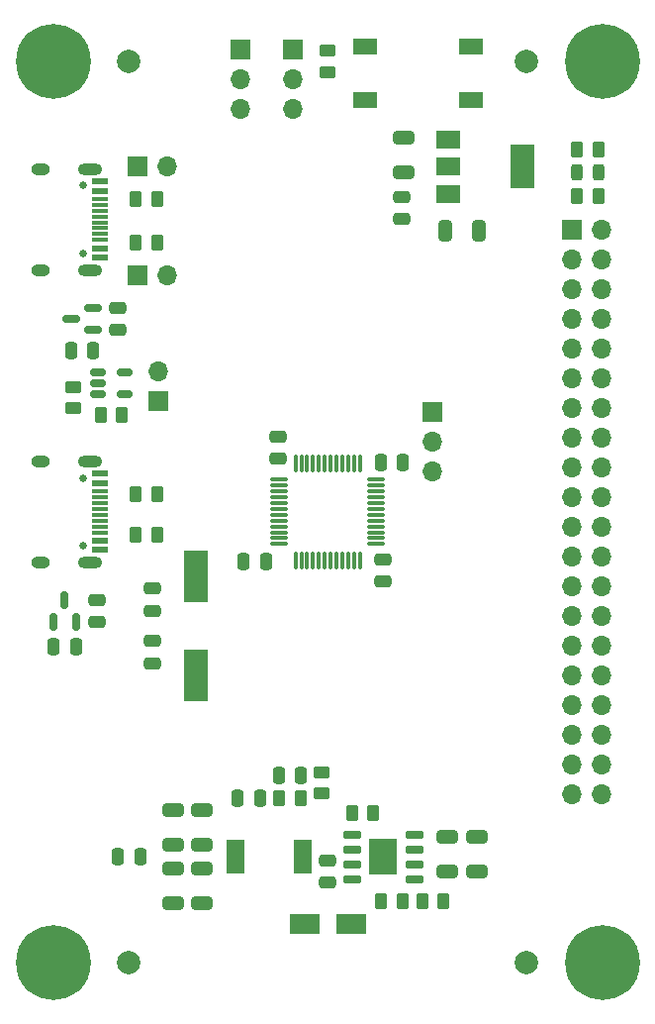
<source format=gts>
%TF.GenerationSoftware,KiCad,Pcbnew,6.0.2+dfsg-1*%
%TF.CreationDate,2025-09-20T13:55:39+02:00*%
%TF.ProjectId,Alchemy,416c6368-656d-4792-9e6b-696361645f70,rev?*%
%TF.SameCoordinates,Original*%
%TF.FileFunction,Soldermask,Top*%
%TF.FilePolarity,Negative*%
%FSLAX46Y46*%
G04 Gerber Fmt 4.6, Leading zero omitted, Abs format (unit mm)*
G04 Created by KiCad (PCBNEW 6.0.2+dfsg-1) date 2025-09-20 13:55:39*
%MOMM*%
%LPD*%
G01*
G04 APERTURE LIST*
G04 Aperture macros list*
%AMRoundRect*
0 Rectangle with rounded corners*
0 $1 Rounding radius*
0 $2 $3 $4 $5 $6 $7 $8 $9 X,Y pos of 4 corners*
0 Add a 4 corners polygon primitive as box body*
4,1,4,$2,$3,$4,$5,$6,$7,$8,$9,$2,$3,0*
0 Add four circle primitives for the rounded corners*
1,1,$1+$1,$2,$3*
1,1,$1+$1,$4,$5*
1,1,$1+$1,$6,$7*
1,1,$1+$1,$8,$9*
0 Add four rect primitives between the rounded corners*
20,1,$1+$1,$2,$3,$4,$5,0*
20,1,$1+$1,$4,$5,$6,$7,0*
20,1,$1+$1,$6,$7,$8,$9,0*
20,1,$1+$1,$8,$9,$2,$3,0*%
G04 Aperture macros list end*
%ADD10RoundRect,0.250000X-0.475000X0.250000X-0.475000X-0.250000X0.475000X-0.250000X0.475000X0.250000X0*%
%ADD11C,0.650000*%
%ADD12R,1.450000X0.600000*%
%ADD13R,1.450000X0.300000*%
%ADD14O,2.100000X1.000000*%
%ADD15O,1.600000X1.000000*%
%ADD16RoundRect,0.243750X0.243750X0.456250X-0.243750X0.456250X-0.243750X-0.456250X0.243750X-0.456250X0*%
%ADD17C,2.000000*%
%ADD18R,2.100000X1.400000*%
%ADD19RoundRect,0.250000X-0.262500X-0.450000X0.262500X-0.450000X0.262500X0.450000X-0.262500X0.450000X0*%
%ADD20R,1.700000X1.700000*%
%ADD21O,1.700000X1.700000*%
%ADD22C,6.400000*%
%ADD23RoundRect,0.250000X0.450000X-0.262500X0.450000X0.262500X-0.450000X0.262500X-0.450000X-0.262500X0*%
%ADD24RoundRect,0.150000X0.650000X0.150000X-0.650000X0.150000X-0.650000X-0.150000X0.650000X-0.150000X0*%
%ADD25R,2.410000X3.100000*%
%ADD26RoundRect,0.250000X-0.650000X0.325000X-0.650000X-0.325000X0.650000X-0.325000X0.650000X0.325000X0*%
%ADD27RoundRect,0.250000X0.262500X0.450000X-0.262500X0.450000X-0.262500X-0.450000X0.262500X-0.450000X0*%
%ADD28RoundRect,0.250000X0.250000X0.475000X-0.250000X0.475000X-0.250000X-0.475000X0.250000X-0.475000X0*%
%ADD29RoundRect,0.250000X0.650000X-0.325000X0.650000X0.325000X-0.650000X0.325000X-0.650000X-0.325000X0*%
%ADD30RoundRect,0.250000X-0.250000X-0.475000X0.250000X-0.475000X0.250000X0.475000X-0.250000X0.475000X0*%
%ADD31RoundRect,0.150000X0.587500X0.150000X-0.587500X0.150000X-0.587500X-0.150000X0.587500X-0.150000X0*%
%ADD32RoundRect,0.250000X0.475000X-0.250000X0.475000X0.250000X-0.475000X0.250000X-0.475000X-0.250000X0*%
%ADD33RoundRect,0.250000X-0.450000X0.262500X-0.450000X-0.262500X0.450000X-0.262500X0.450000X0.262500X0*%
%ADD34RoundRect,0.075000X-0.662500X-0.075000X0.662500X-0.075000X0.662500X0.075000X-0.662500X0.075000X0*%
%ADD35RoundRect,0.075000X-0.075000X-0.662500X0.075000X-0.662500X0.075000X0.662500X-0.075000X0.662500X0*%
%ADD36R,2.000000X1.500000*%
%ADD37R,2.000000X3.800000*%
%ADD38RoundRect,0.150000X-0.512500X-0.150000X0.512500X-0.150000X0.512500X0.150000X-0.512500X0.150000X0*%
%ADD39R,2.000000X4.500000*%
%ADD40R,1.500000X3.000000*%
%ADD41RoundRect,0.150000X0.150000X-0.587500X0.150000X0.587500X-0.150000X0.587500X-0.150000X-0.587500X0*%
%ADD42R,2.500000X1.800000*%
%ADD43RoundRect,0.250000X-0.325000X-0.650000X0.325000X-0.650000X0.325000X0.650000X-0.325000X0.650000X0*%
G04 APERTURE END LIST*
D10*
%TO.C,C24*%
X154250000Y-101550000D03*
X154250000Y-103450000D03*
%TD*%
%TO.C,C11*%
X131500000Y-80050000D03*
X131500000Y-81950000D03*
%TD*%
D11*
%TO.C,J3*%
X128600000Y-69610000D03*
X128600000Y-75390000D03*
D12*
X130045000Y-69250000D03*
X130045000Y-70050000D03*
D13*
X130045000Y-71250000D03*
X130045000Y-72250000D03*
X130045000Y-72750000D03*
X130045000Y-73750000D03*
D12*
X130045000Y-74950000D03*
X130045000Y-75750000D03*
X130045000Y-75750000D03*
X130045000Y-74950000D03*
D13*
X130045000Y-74250000D03*
X130045000Y-73250000D03*
X130045000Y-71750000D03*
X130045000Y-70750000D03*
D12*
X130045000Y-70050000D03*
X130045000Y-69250000D03*
D14*
X129130000Y-76820000D03*
X129130000Y-68180000D03*
D15*
X124950000Y-68180000D03*
X124950000Y-76820000D03*
%TD*%
D16*
%TO.C,D1*%
X172687500Y-68500000D03*
X170812500Y-68500000D03*
%TD*%
D17*
%TO.C,TP3*%
X132500000Y-136000000D03*
%TD*%
D18*
%TO.C,S1*%
X161800000Y-62250000D03*
X152700000Y-62250000D03*
X161800000Y-57750000D03*
X152700000Y-57750000D03*
%TD*%
D19*
%TO.C,R8*%
X133087500Y-99500000D03*
X134912500Y-99500000D03*
%TD*%
D20*
%TO.C,J6*%
X133210000Y-68000000D03*
D21*
X135750000Y-68000000D03*
%TD*%
D22*
%TO.C,H3*%
X126000000Y-136000000D03*
%TD*%
D23*
%TO.C,R4*%
X149000000Y-121575000D03*
X149000000Y-119750000D03*
%TD*%
D24*
%TO.C,U2*%
X156900000Y-128905000D03*
X156900000Y-127635000D03*
X156900000Y-126365000D03*
X156900000Y-125095000D03*
X151600000Y-125095000D03*
X151600000Y-126365000D03*
X151600000Y-127635000D03*
X151600000Y-128905000D03*
D25*
X154250000Y-127000000D03*
%TD*%
D19*
%TO.C,R7*%
X133087500Y-96000000D03*
X134912500Y-96000000D03*
%TD*%
D26*
%TO.C,C1*%
X159750000Y-125275000D03*
X159750000Y-128225000D03*
%TD*%
D27*
%TO.C,R13*%
X172662500Y-66500000D03*
X170837500Y-66500000D03*
%TD*%
%TO.C,R3*%
X147162500Y-122000000D03*
X145337500Y-122000000D03*
%TD*%
D26*
%TO.C,C10*%
X162250000Y-125275000D03*
X162250000Y-128225000D03*
%TD*%
D28*
%TO.C,C9*%
X133450000Y-127000000D03*
X131550000Y-127000000D03*
%TD*%
D20*
%TO.C,J1*%
X170420000Y-73370000D03*
D21*
X172960000Y-73370000D03*
X170420000Y-75910000D03*
X172960000Y-75910000D03*
X170420000Y-78450000D03*
X172960000Y-78450000D03*
X170420000Y-80990000D03*
X172960000Y-80990000D03*
X170420000Y-83530000D03*
X172960000Y-83530000D03*
X170420000Y-86070000D03*
X172960000Y-86070000D03*
X170420000Y-88610000D03*
X172960000Y-88610000D03*
X170420000Y-91150000D03*
X172960000Y-91150000D03*
X170420000Y-93690000D03*
X172960000Y-93690000D03*
X170420000Y-96230000D03*
X172960000Y-96230000D03*
X170420000Y-98770000D03*
X172960000Y-98770000D03*
X170420000Y-101310000D03*
X172960000Y-101310000D03*
X170420000Y-103850000D03*
X172960000Y-103850000D03*
X170420000Y-106390000D03*
X172960000Y-106390000D03*
X170420000Y-108930000D03*
X172960000Y-108930000D03*
X170420000Y-111470000D03*
X172960000Y-111470000D03*
X170420000Y-114010000D03*
X172960000Y-114010000D03*
X170420000Y-116550000D03*
X172960000Y-116550000D03*
X170420000Y-119090000D03*
X172960000Y-119090000D03*
X170420000Y-121630000D03*
X172960000Y-121630000D03*
%TD*%
D28*
%TO.C,C3*%
X147200000Y-120000000D03*
X145300000Y-120000000D03*
%TD*%
D27*
%TO.C,R2*%
X155912500Y-130750000D03*
X154087500Y-130750000D03*
%TD*%
D26*
%TO.C,C5*%
X138750000Y-123025000D03*
X138750000Y-125975000D03*
%TD*%
D10*
%TO.C,C2*%
X149500000Y-127300000D03*
X149500000Y-129200000D03*
%TD*%
%TO.C,C13*%
X134500000Y-104050000D03*
X134500000Y-105950000D03*
%TD*%
D29*
%TO.C,C6*%
X138750000Y-130975000D03*
X138750000Y-128025000D03*
%TD*%
D30*
%TO.C,C18*%
X127550000Y-83750000D03*
X129450000Y-83750000D03*
%TD*%
D17*
%TO.C,TP4*%
X166500000Y-136000000D03*
%TD*%
D20*
%TO.C,J8*%
X135000000Y-88025000D03*
D21*
X135000000Y-85485000D03*
%TD*%
D20*
%TO.C,J7*%
X133225000Y-77250000D03*
D21*
X135765000Y-77250000D03*
%TD*%
D19*
%TO.C,R10*%
X133087500Y-74500000D03*
X134912500Y-74500000D03*
%TD*%
D20*
%TO.C,J5*%
X142000000Y-57975000D03*
D21*
X142000000Y-60515000D03*
X142000000Y-63055000D03*
%TD*%
D20*
%TO.C,J4*%
X146500000Y-57960000D03*
D21*
X146500000Y-60500000D03*
X146500000Y-63040000D03*
%TD*%
D28*
%TO.C,C20*%
X127950000Y-109000000D03*
X126050000Y-109000000D03*
%TD*%
D17*
%TO.C,TP1*%
X132500000Y-59000000D03*
%TD*%
D31*
%TO.C,U5*%
X129437500Y-81950000D03*
X129437500Y-80050000D03*
X127562500Y-81000000D03*
%TD*%
D29*
%TO.C,C8*%
X136250000Y-130975000D03*
X136250000Y-128025000D03*
%TD*%
D10*
%TO.C,C17*%
X155875000Y-70550000D03*
X155875000Y-72450000D03*
%TD*%
D32*
%TO.C,C25*%
X145250000Y-92950000D03*
X145250000Y-91050000D03*
%TD*%
D23*
%TO.C,R14*%
X127750000Y-88662500D03*
X127750000Y-86837500D03*
%TD*%
D19*
%TO.C,R12*%
X170837500Y-70500000D03*
X172662500Y-70500000D03*
%TD*%
D33*
%TO.C,R11*%
X149500000Y-58087500D03*
X149500000Y-59912500D03*
%TD*%
D11*
%TO.C,J2*%
X128600000Y-100390000D03*
X128600000Y-94610000D03*
D12*
X130045000Y-94250000D03*
X130045000Y-95050000D03*
D13*
X130045000Y-96250000D03*
X130045000Y-97250000D03*
X130045000Y-97750000D03*
X130045000Y-98750000D03*
D12*
X130045000Y-99950000D03*
X130045000Y-100750000D03*
X130045000Y-100750000D03*
X130045000Y-99950000D03*
D13*
X130045000Y-99250000D03*
X130045000Y-98250000D03*
X130045000Y-96750000D03*
X130045000Y-95750000D03*
D12*
X130045000Y-95050000D03*
X130045000Y-94250000D03*
D14*
X129130000Y-93180000D03*
D15*
X124950000Y-101820000D03*
D14*
X129130000Y-101820000D03*
D15*
X124950000Y-93180000D03*
%TD*%
D27*
%TO.C,R5*%
X153412500Y-123250000D03*
X151587500Y-123250000D03*
%TD*%
%TO.C,R1*%
X159412500Y-130750000D03*
X157587500Y-130750000D03*
%TD*%
D29*
%TO.C,C16*%
X156000000Y-68475000D03*
X156000000Y-65525000D03*
%TD*%
D34*
%TO.C,U1*%
X145337500Y-94750000D03*
X145337500Y-95250000D03*
X145337500Y-95750000D03*
X145337500Y-96250000D03*
X145337500Y-96750000D03*
X145337500Y-97250000D03*
X145337500Y-97750000D03*
X145337500Y-98250000D03*
X145337500Y-98750000D03*
X145337500Y-99250000D03*
X145337500Y-99750000D03*
X145337500Y-100250000D03*
D35*
X146750000Y-101662500D03*
X147250000Y-101662500D03*
X147750000Y-101662500D03*
X148250000Y-101662500D03*
X148750000Y-101662500D03*
X149250000Y-101662500D03*
X149750000Y-101662500D03*
X150250000Y-101662500D03*
X150750000Y-101662500D03*
X151250000Y-101662500D03*
X151750000Y-101662500D03*
X152250000Y-101662500D03*
D34*
X153662500Y-100250000D03*
X153662500Y-99750000D03*
X153662500Y-99250000D03*
X153662500Y-98750000D03*
X153662500Y-98250000D03*
X153662500Y-97750000D03*
X153662500Y-97250000D03*
X153662500Y-96750000D03*
X153662500Y-96250000D03*
X153662500Y-95750000D03*
X153662500Y-95250000D03*
X153662500Y-94750000D03*
D35*
X152250000Y-93337500D03*
X151750000Y-93337500D03*
X151250000Y-93337500D03*
X150750000Y-93337500D03*
X150250000Y-93337500D03*
X149750000Y-93337500D03*
X149250000Y-93337500D03*
X148750000Y-93337500D03*
X148250000Y-93337500D03*
X147750000Y-93337500D03*
X147250000Y-93337500D03*
X146750000Y-93337500D03*
%TD*%
D36*
%TO.C,U4*%
X159850000Y-65700000D03*
D37*
X166150000Y-68000000D03*
D36*
X159850000Y-68000000D03*
X159850000Y-70300000D03*
%TD*%
D32*
%TO.C,C14*%
X134500000Y-110450000D03*
X134500000Y-108550000D03*
%TD*%
D10*
%TO.C,C19*%
X129750000Y-105050000D03*
X129750000Y-106950000D03*
%TD*%
D22*
%TO.C,H2*%
X173000000Y-59000000D03*
%TD*%
D38*
%TO.C,U6*%
X129862500Y-85550000D03*
X129862500Y-86500000D03*
X129862500Y-87450000D03*
X132137500Y-87450000D03*
X132137500Y-85550000D03*
%TD*%
D27*
%TO.C,R15*%
X131912500Y-89250000D03*
X130087500Y-89250000D03*
%TD*%
D39*
%TO.C,Y2*%
X138250000Y-103000000D03*
X138250000Y-111500000D03*
%TD*%
D22*
%TO.C,H4*%
X173000000Y-136000000D03*
%TD*%
D40*
%TO.C,L1*%
X147350000Y-127000000D03*
X141650000Y-127000000D03*
%TD*%
D19*
%TO.C,R9*%
X133087500Y-70750000D03*
X134912500Y-70750000D03*
%TD*%
D41*
%TO.C,U3*%
X126050000Y-106937500D03*
X127950000Y-106937500D03*
X127000000Y-105062500D03*
%TD*%
D28*
%TO.C,C27*%
X144200000Y-101750000D03*
X142300000Y-101750000D03*
%TD*%
D42*
%TO.C,D2*%
X147500000Y-132750000D03*
X151500000Y-132750000D03*
%TD*%
D22*
%TO.C,H1*%
X126000000Y-59000000D03*
%TD*%
D30*
%TO.C,C26*%
X154050000Y-93250000D03*
X155950000Y-93250000D03*
%TD*%
D26*
%TO.C,C7*%
X136250000Y-123025000D03*
X136250000Y-125975000D03*
%TD*%
D28*
%TO.C,C4*%
X143700000Y-122000000D03*
X141800000Y-122000000D03*
%TD*%
D20*
%TO.C,J9*%
X158500000Y-88960000D03*
D21*
X158500000Y-91500000D03*
X158500000Y-94040000D03*
%TD*%
D43*
%TO.C,C15*%
X159525000Y-73500000D03*
X162475000Y-73500000D03*
%TD*%
D17*
%TO.C,TP2*%
X166500000Y-59000000D03*
%TD*%
M02*

</source>
